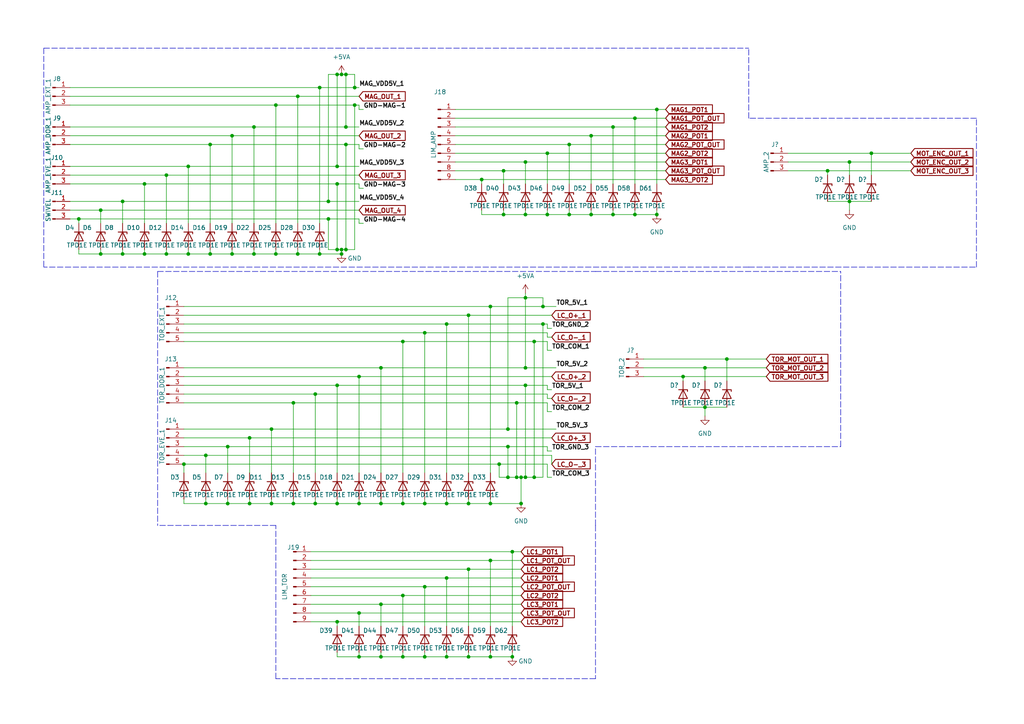
<source format=kicad_sch>
(kicad_sch (version 20211123) (generator eeschema)
  (paper "A4")
  (lib_symbols
    (symbol "Connector:Conn_01x03_Male" (pin_names (offset 1.016) hide)
      (property "Reference" "J" (at 0 5.08 0))
      (property "Value" "Conn_01x03_Male" (at 0 -5.08 0))
      (symbol "Conn_01x03_Male_1_1"
        (polyline (pts (xy 1.27 -2.54) (xy 0.8636 -2.54)) (stroke (width 0.1524)))
        (polyline (pts (xy 1.27 0) (xy 0.8636 0)) (stroke (width 0.1524)))
        (polyline (pts (xy 1.27 2.54) (xy 0.8636 2.54)) (stroke (width 0.1524)))
        (rectangle (start 0.8636 -2.413) (end 0 -2.667) (stroke (width 0.1524)) (fill (type outline)))
        (rectangle (start 0.8636 0.127) (end 0 -0.127) (stroke (width 0.1524)) (fill (type outline)))
        (rectangle (start 0.8636 2.667) (end 0 2.413) (stroke (width 0.1524)) (fill (type outline)))
        (pin passive line (at 5.08 2.54 180) (length 3.81) (name "Pin_1") (number "1"))
        (pin passive line (at 5.08 0 180) (length 3.81) (name "Pin_2") (number "2"))
        (pin passive line (at 5.08 -2.54 180) (length 3.81) (name "Pin_3") (number "3"))
      )
    )
    (symbol "Connector:Conn_01x05_Male" (pin_names (offset 1.016) hide)
      (property "Reference" "J" (at 0 7.62 0))
      (property "Value" "Conn_01x05_Male" (at 0 -7.62 0))
      (symbol "Conn_01x05_Male_1_1"
        (polyline (pts (xy 1.27 -5.08) (xy 0.8636 -5.08)) (stroke (width 0.1524)))
        (polyline (pts (xy 1.27 -2.54) (xy 0.8636 -2.54)) (stroke (width 0.1524)))
        (polyline (pts (xy 1.27 0) (xy 0.8636 0)) (stroke (width 0.1524)))
        (polyline (pts (xy 1.27 2.54) (xy 0.8636 2.54)) (stroke (width 0.1524)))
        (polyline (pts (xy 1.27 5.08) (xy 0.8636 5.08)) (stroke (width 0.1524)))
        (rectangle (start 0.8636 -4.953) (end 0 -5.207) (stroke (width 0.1524)) (fill (type outline)))
        (rectangle (start 0.8636 -2.413) (end 0 -2.667) (stroke (width 0.1524)) (fill (type outline)))
        (rectangle (start 0.8636 0.127) (end 0 -0.127) (stroke (width 0.1524)) (fill (type outline)))
        (rectangle (start 0.8636 2.667) (end 0 2.413) (stroke (width 0.1524)) (fill (type outline)))
        (rectangle (start 0.8636 5.207) (end 0 4.953) (stroke (width 0.1524)) (fill (type outline)))
        (pin passive line (at 5.08 5.08 180) (length 3.81) (name "Pin_1") (number "1"))
        (pin passive line (at 5.08 2.54 180) (length 3.81) (name "Pin_2") (number "2"))
        (pin passive line (at 5.08 0 180) (length 3.81) (name "Pin_3") (number "3"))
        (pin passive line (at 5.08 -2.54 180) (length 3.81) (name "Pin_4") (number "4"))
        (pin passive line (at 5.08 -5.08 180) (length 3.81) (name "Pin_5") (number "5"))
      )
    )
    (symbol "Connector:Conn_01x09_Male" (pin_names (offset 1.016) hide)
      (property "Reference" "J" (at 0 12.7 0))
      (property "Value" "Conn_01x09_Male" (at 0 -12.7 0))
      (symbol "Conn_01x09_Male_1_1"
        (polyline (pts (xy 1.27 -10.16) (xy 0.8636 -10.16)) (stroke (width 0.1524)))
        (polyline (pts (xy 1.27 -7.62) (xy 0.8636 -7.62)) (stroke (width 0.1524)))
        (polyline (pts (xy 1.27 -5.08) (xy 0.8636 -5.08)) (stroke (width 0.1524)))
        (polyline (pts (xy 1.27 -2.54) (xy 0.8636 -2.54)) (stroke (width 0.1524)))
        (polyline (pts (xy 1.27 0) (xy 0.8636 0)) (stroke (width 0.1524)))
        (polyline (pts (xy 1.27 2.54) (xy 0.8636 2.54)) (stroke (width 0.1524)))
        (polyline (pts (xy 1.27 5.08) (xy 0.8636 5.08)) (stroke (width 0.1524)))
        (polyline (pts (xy 1.27 7.62) (xy 0.8636 7.62)) (stroke (width 0.1524)))
        (polyline (pts (xy 1.27 10.16) (xy 0.8636 10.16)) (stroke (width 0.1524)))
        (rectangle (start 0.8636 -10.033) (end 0 -10.287) (stroke (width 0.1524)) (fill (type outline)))
        (rectangle (start 0.8636 -7.493) (end 0 -7.747) (stroke (width 0.1524)) (fill (type outline)))
        (rectangle (start 0.8636 -4.953) (end 0 -5.207) (stroke (width 0.1524)) (fill (type outline)))
        (rectangle (start 0.8636 -2.413) (end 0 -2.667) (stroke (width 0.1524)) (fill (type outline)))
        (rectangle (start 0.8636 0.127) (end 0 -0.127) (stroke (width 0.1524)) (fill (type outline)))
        (rectangle (start 0.8636 2.667) (end 0 2.413) (stroke (width 0.1524)) (fill (type outline)))
        (rectangle (start 0.8636 5.207) (end 0 4.953) (stroke (width 0.1524)) (fill (type outline)))
        (rectangle (start 0.8636 7.747) (end 0 7.493) (stroke (width 0.1524)) (fill (type outline)))
        (rectangle (start 0.8636 10.287) (end 0 10.033) (stroke (width 0.1524)) (fill (type outline)))
        (pin passive line (at 5.08 10.16 180) (length 3.81) (name "Pin_1") (number "1"))
        (pin passive line (at 5.08 7.62 180) (length 3.81) (name "Pin_2") (number "2"))
        (pin passive line (at 5.08 5.08 180) (length 3.81) (name "Pin_3") (number "3"))
        (pin passive line (at 5.08 2.54 180) (length 3.81) (name "Pin_4") (number "4"))
        (pin passive line (at 5.08 0 180) (length 3.81) (name "Pin_5") (number "5"))
        (pin passive line (at 5.08 -2.54 180) (length 3.81) (name "Pin_6") (number "6"))
        (pin passive line (at 5.08 -5.08 180) (length 3.81) (name "Pin_7") (number "7"))
        (pin passive line (at 5.08 -7.62 180) (length 3.81) (name "Pin_8") (number "8"))
        (pin passive line (at 5.08 -10.16 180) (length 3.81) (name "Pin_9") (number "9"))
      )
    )
    (symbol "Device:D_Zener" (pin_numbers hide) (pin_names (offset 1.016) hide)
      (property "Reference" "D" (at 0 2.54 0))
      (property "Value" "D_Zener" (at 0 -2.54 0))
      (symbol "D_Zener_0_1"
        (polyline (pts (xy 1.27 0) (xy -1.27 0)))
        (polyline (pts (xy -1.27 -1.27) (xy -1.27 1.27) (xy -0.762 1.27)) (stroke (width 0.254)))
        (polyline (pts (xy 1.27 -1.27) (xy 1.27 1.27) (xy -1.27 0) (xy 1.27 -1.27)) (stroke (width 0.254)))
      )
      (symbol "D_Zener_1_1"
        (pin passive line (at -3.81 0 0) (length 2.54) (name "K") (number "1"))
        (pin passive line (at 3.81 0 180) (length 2.54) (name "A") (number "2"))
      )
    )
    (symbol "power:+5VA" (power) (pin_names (offset 0))
      (property "Value" "+5VA" (at 0 3.556 0))
      (symbol "+5VA_0_1"
        (polyline (pts (xy -0.762 1.27) (xy 0 2.54)))
        (polyline (pts (xy 0 0) (xy 0 2.54)))
        (polyline (pts (xy 0 2.54) (xy 0.762 1.27)))
      )
      (symbol "+5VA_1_1"
        (pin power_in line (at 0 0 90) (length 0) hide (name "+5VA") (number "1"))
      )
    )
    (symbol "power:GND" (power) (pin_names (offset 0))
      (property "Value" "GND" (at 0 -3.81 0))
      (symbol "GND_0_1"
        (polyline (pts (xy 0 0) (xy 0 -1.27) (xy 1.27 -1.27) (xy 0 -2.54) (xy -1.27 -1.27) (xy 0 -1.27)))
      )
      (symbol "GND_1_1"
        (pin power_in line (at 0 0 270) (length 0) hide (name "GND") (number "1"))
      )
    )
  )
  (junction (at 246.38 46.99))
  (junction (at 152.4 106.68))
  (junction (at 158.75 62.23))
  (junction (at 72.39 127))
  (junction (at 97.79 21.59))
  (junction (at 73.66 73.66))
  (junction (at 100.33 21.59))
  (junction (at 85.09 116.84))
  (junction (at 99.06 72.39))
  (junction (at 92.71 73.66))
  (junction (at 54.61 73.66))
  (junction (at 80.01 73.66))
  (junction (at 148.59 190.5))
  (junction (at 142.24 146.05))
  (junction (at 66.04 129.54))
  (junction (at 80.01 30.48))
  (junction (at 104.14 109.22))
  (junction (at 67.31 39.37))
  (junction (at 78.74 146.05))
  (junction (at 91.44 146.05))
  (junction (at 91.44 114.3))
  (junction (at 190.5 62.23))
  (junction (at 151.13 146.05))
  (junction (at 53.34 134.62))
  (junction (at 129.54 93.98))
  (junction (at 97.79 53.34))
  (junction (at 146.05 62.23))
  (junction (at 73.66 36.83))
  (junction (at 139.7 52.07))
  (junction (at 147.32 129.54))
  (junction (at 157.48 88.9))
  (junction (at 152.4 46.99))
  (junction (at 157.48 93.98))
  (junction (at 48.26 73.66))
  (junction (at 146.05 49.53))
  (junction (at 67.31 73.66))
  (junction (at 149.86 138.43))
  (junction (at 54.61 48.26))
  (junction (at 198.12 109.22))
  (junction (at 110.49 146.05))
  (junction (at 152.4 62.23))
  (junction (at 184.15 34.29))
  (junction (at 48.26 50.8))
  (junction (at 152.4 86.36))
  (junction (at 97.79 180.34))
  (junction (at 110.49 175.26))
  (junction (at 190.5 31.75))
  (junction (at 177.8 36.83))
  (junction (at 110.49 190.5))
  (junction (at 104.14 190.5))
  (junction (at 165.1 62.23))
  (junction (at 123.19 190.5))
  (junction (at 152.4 111.76))
  (junction (at 66.04 146.05))
  (junction (at 240.03 49.53))
  (junction (at 116.84 190.5))
  (junction (at 148.59 160.02))
  (junction (at 72.39 146.05))
  (junction (at 204.47 118.11))
  (junction (at 142.24 88.9))
  (junction (at 158.75 44.45))
  (junction (at 86.36 27.94))
  (junction (at 104.14 177.8))
  (junction (at 152.4 138.43))
  (junction (at 35.56 73.66))
  (junction (at 184.15 62.23))
  (junction (at 151.13 138.43))
  (junction (at 135.89 146.05))
  (junction (at 171.45 39.37))
  (junction (at 129.54 167.64))
  (junction (at 135.89 91.44))
  (junction (at 85.09 146.05))
  (junction (at 123.19 170.18))
  (junction (at 177.8 62.23))
  (junction (at 35.56 58.42))
  (junction (at 59.69 132.08))
  (junction (at 86.36 73.66))
  (junction (at 171.45 62.23))
  (junction (at 142.24 190.5))
  (junction (at 99.06 73.66))
  (junction (at 154.94 138.43))
  (junction (at 59.69 146.05))
  (junction (at 97.79 111.76))
  (junction (at 41.91 73.66))
  (junction (at 135.89 165.1))
  (junction (at 104.14 146.05))
  (junction (at 149.86 116.84))
  (junction (at 29.21 60.96))
  (junction (at 116.84 99.06))
  (junction (at 144.78 134.62))
  (junction (at 116.84 172.72))
  (junction (at 129.54 146.05))
  (junction (at 97.79 146.05))
  (junction (at 165.1 41.91))
  (junction (at 102.87 30.48))
  (junction (at 100.33 72.39))
  (junction (at 95.25 63.5))
  (junction (at 78.74 124.46))
  (junction (at 100.33 41.91))
  (junction (at 60.96 73.66))
  (junction (at 60.96 41.91))
  (junction (at 116.84 146.05))
  (junction (at 123.19 146.05))
  (junction (at 97.79 48.26))
  (junction (at 95.25 58.42))
  (junction (at 246.38 58.42))
  (junction (at 110.49 106.68))
  (junction (at 142.24 162.56))
  (junction (at 147.32 124.46))
  (junction (at 102.87 25.4))
  (junction (at 97.79 72.39))
  (junction (at 100.33 36.83))
  (junction (at 41.91 53.34))
  (junction (at 92.71 25.4))
  (junction (at 135.89 190.5))
  (junction (at 204.47 106.68))
  (junction (at 147.32 138.43))
  (junction (at 252.73 44.45))
  (junction (at 154.94 99.06))
  (junction (at 22.86 63.5))
  (junction (at 99.06 21.59))
  (junction (at 129.54 190.5))
  (junction (at 123.19 96.52))
  (junction (at 210.82 104.14))
  (junction (at 29.21 73.66))
  (wire (pts (xy 97.79 111.76) (xy 97.79 137.16)))
  (polyline (pts (xy 12.7 13.97) (xy 217.17 13.97)))
  (wire (pts (xy 104.14 41.91) (xy 104.14 43.18)))
  (wire (pts (xy 95.25 72.39) (xy 97.79 72.39)))
  (wire (pts (xy 116.84 172.72) (xy 116.84 181.61)))
  (wire (pts (xy 154.94 138.43) (xy 157.48 138.43)))
  (wire (pts (xy 157.48 93.98) (xy 158.75 93.98)))
  (wire (pts (xy 147.32 138.43) (xy 147.32 129.54)))
  (polyline (pts (xy 172.72 152.4) (xy 172.72 129.54)))
  (wire (pts (xy 104.14 50.8) (xy 48.26 50.8)))
  (wire (pts (xy 86.36 27.94) (xy 86.36 64.77)))
  (wire (pts (xy 48.26 50.8) (xy 48.26 64.77)))
  (wire (pts (xy 80.01 30.48) (xy 102.87 30.48)))
  (wire (pts (xy 29.21 72.39) (xy 29.21 73.66)))
  (wire (pts (xy 100.33 21.59) (xy 102.87 21.59)))
  (wire (pts (xy 151.13 138.43) (xy 149.86 138.43)))
  (wire (pts (xy 149.86 138.43) (xy 149.86 116.84)))
  (wire (pts (xy 193.04 36.83) (xy 177.8 36.83)))
  (wire (pts (xy 53.34 99.06) (xy 116.84 99.06)))
  (wire (pts (xy 110.49 106.68) (xy 110.49 137.16)))
  (wire (pts (xy 78.74 124.46) (xy 147.32 124.46)))
  (wire (pts (xy 72.39 146.05) (xy 78.74 146.05)))
  (wire (pts (xy 60.96 72.39) (xy 60.96 73.66)))
  (wire (pts (xy 149.86 116.84) (xy 158.75 116.84)))
  (wire (pts (xy 240.03 49.53) (xy 264.16 49.53)))
  (wire (pts (xy 177.8 36.83) (xy 132.08 36.83)))
  (wire (pts (xy 66.04 129.54) (xy 147.32 129.54)))
  (wire (pts (xy 48.26 73.66) (xy 54.61 73.66)))
  (wire (pts (xy 186.69 109.22) (xy 198.12 109.22)))
  (wire (pts (xy 171.45 62.23) (xy 177.8 62.23)))
  (wire (pts (xy 22.86 63.5) (xy 22.86 64.77)))
  (wire (pts (xy 97.79 48.26) (xy 54.61 48.26)))
  (polyline (pts (xy 80.01 152.4) (xy 45.72 152.4)))
  (wire (pts (xy 22.86 72.39) (xy 22.86 73.66)))
  (wire (pts (xy 59.69 144.78) (xy 59.69 146.05)))
  (wire (pts (xy 123.19 96.52) (xy 158.75 96.52)))
  (wire (pts (xy 152.4 86.36) (xy 157.48 86.36)))
  (wire (pts (xy 97.79 53.34) (xy 104.14 53.34)))
  (wire (pts (xy 104.14 146.05) (xy 110.49 146.05)))
  (wire (pts (xy 78.74 144.78) (xy 78.74 146.05)))
  (wire (pts (xy 73.66 36.83) (xy 20.32 36.83)))
  (wire (pts (xy 80.01 30.48) (xy 80.01 64.77)))
  (wire (pts (xy 158.75 115.57) (xy 160.02 115.57)))
  (wire (pts (xy 123.19 146.05) (xy 129.54 146.05)))
  (wire (pts (xy 158.75 134.62) (xy 158.75 138.43)))
  (wire (pts (xy 53.34 132.08) (xy 59.69 132.08)))
  (wire (pts (xy 165.1 60.96) (xy 165.1 62.23)))
  (wire (pts (xy 53.34 111.76) (xy 97.79 111.76)))
  (wire (pts (xy 129.54 146.05) (xy 135.89 146.05)))
  (wire (pts (xy 104.14 48.26) (xy 97.79 48.26)))
  (wire (pts (xy 135.89 144.78) (xy 135.89 146.05)))
  (wire (pts (xy 240.03 49.53) (xy 240.03 50.8)))
  (wire (pts (xy 29.21 60.96) (xy 20.32 60.96)))
  (wire (pts (xy 20.32 25.4) (xy 92.71 25.4)))
  (wire (pts (xy 29.21 73.66) (xy 35.56 73.66)))
  (wire (pts (xy 158.75 129.54) (xy 158.75 130.81)))
  (wire (pts (xy 135.89 146.05) (xy 142.24 146.05)))
  (wire (pts (xy 104.14 30.48) (xy 104.14 31.75)))
  (wire (pts (xy 135.89 189.23) (xy 135.89 190.5)))
  (wire (pts (xy 158.75 99.06) (xy 158.75 101.6)))
  (wire (pts (xy 158.75 119.38) (xy 160.02 119.38)))
  (wire (pts (xy 158.75 101.6) (xy 160.02 101.6)))
  (wire (pts (xy 184.15 62.23) (xy 190.5 62.23)))
  (wire (pts (xy 97.79 190.5) (xy 104.14 190.5)))
  (wire (pts (xy 160.02 91.44) (xy 135.89 91.44)))
  (wire (pts (xy 158.75 114.3) (xy 158.75 115.57)))
  (wire (pts (xy 158.75 60.96) (xy 158.75 62.23)))
  (wire (pts (xy 154.94 138.43) (xy 152.4 138.43)))
  (wire (pts (xy 157.48 86.36) (xy 157.48 88.9)))
  (wire (pts (xy 193.04 52.07) (xy 139.7 52.07)))
  (wire (pts (xy 110.49 189.23) (xy 110.49 190.5)))
  (wire (pts (xy 60.96 41.91) (xy 60.96 64.77)))
  (wire (pts (xy 210.82 104.14) (xy 222.25 104.14)))
  (wire (pts (xy 151.13 138.43) (xy 152.4 138.43)))
  (wire (pts (xy 151.13 167.64) (xy 129.54 167.64)))
  (wire (pts (xy 100.33 41.91) (xy 100.33 72.39)))
  (wire (pts (xy 35.56 72.39) (xy 35.56 73.66)))
  (wire (pts (xy 152.4 62.23) (xy 158.75 62.23)))
  (wire (pts (xy 193.04 41.91) (xy 165.1 41.91)))
  (wire (pts (xy 158.75 93.98) (xy 158.75 95.25)))
  (wire (pts (xy 142.24 190.5) (xy 148.59 190.5)))
  (wire (pts (xy 142.24 88.9) (xy 142.24 137.16)))
  (wire (pts (xy 152.4 106.68) (xy 161.29 106.68)))
  (wire (pts (xy 54.61 48.26) (xy 20.32 48.26)))
  (wire (pts (xy 147.32 129.54) (xy 158.75 129.54)))
  (wire (pts (xy 135.89 190.5) (xy 142.24 190.5)))
  (wire (pts (xy 116.84 146.05) (xy 123.19 146.05)))
  (wire (pts (xy 73.66 73.66) (xy 80.01 73.66)))
  (wire (pts (xy 85.09 146.05) (xy 91.44 146.05)))
  (polyline (pts (xy 217.17 77.47) (xy 12.7 77.47)))
  (wire (pts (xy 246.38 58.42) (xy 246.38 60.96)))
  (wire (pts (xy 151.13 170.18) (xy 123.19 170.18)))
  (wire (pts (xy 142.24 88.9) (xy 157.48 88.9)))
  (wire (pts (xy 20.32 53.34) (xy 41.91 53.34)))
  (wire (pts (xy 193.04 34.29) (xy 184.15 34.29)))
  (polyline (pts (xy 172.72 129.54) (xy 243.84 129.54)))
  (wire (pts (xy 86.36 73.66) (xy 92.71 73.66)))
  (wire (pts (xy 29.21 60.96) (xy 29.21 64.77)))
  (wire (pts (xy 158.75 113.03) (xy 160.02 113.03)))
  (wire (pts (xy 104.14 53.34) (xy 104.14 54.61)))
  (wire (pts (xy 184.15 34.29) (xy 184.15 53.34)))
  (wire (pts (xy 53.34 114.3) (xy 91.44 114.3)))
  (wire (pts (xy 99.06 73.66) (xy 99.06 72.39)))
  (wire (pts (xy 110.49 175.26) (xy 90.17 175.26)))
  (wire (pts (xy 110.49 106.68) (xy 152.4 106.68)))
  (wire (pts (xy 158.75 111.76) (xy 158.75 113.03)))
  (wire (pts (xy 20.32 41.91) (xy 60.96 41.91)))
  (wire (pts (xy 171.45 60.96) (xy 171.45 62.23)))
  (wire (pts (xy 123.19 170.18) (xy 90.17 170.18)))
  (wire (pts (xy 100.33 21.59) (xy 99.06 21.59)))
  (wire (pts (xy 142.24 144.78) (xy 142.24 146.05)))
  (wire (pts (xy 198.12 118.11) (xy 204.47 118.11)))
  (polyline (pts (xy 45.72 78.74) (xy 172.72 78.74)))
  (wire (pts (xy 158.75 97.79) (xy 160.02 97.79)))
  (wire (pts (xy 67.31 73.66) (xy 73.66 73.66)))
  (wire (pts (xy 151.13 172.72) (xy 116.84 172.72)))
  (wire (pts (xy 104.14 109.22) (xy 104.14 137.16)))
  (wire (pts (xy 146.05 49.53) (xy 146.05 53.34)))
  (wire (pts (xy 104.14 43.18) (xy 105.41 43.18)))
  (wire (pts (xy 151.13 165.1) (xy 135.89 165.1)))
  (wire (pts (xy 129.54 93.98) (xy 129.54 137.16)))
  (wire (pts (xy 158.75 138.43) (xy 160.02 138.43)))
  (wire (pts (xy 160.02 127) (xy 72.39 127)))
  (wire (pts (xy 252.73 44.45) (xy 264.16 44.45)))
  (wire (pts (xy 100.33 41.91) (xy 104.14 41.91)))
  (wire (pts (xy 152.4 111.76) (xy 158.75 111.76)))
  (wire (pts (xy 91.44 146.05) (xy 97.79 146.05)))
  (wire (pts (xy 104.14 109.22) (xy 53.34 109.22)))
  (wire (pts (xy 53.34 93.98) (xy 129.54 93.98)))
  (wire (pts (xy 116.84 144.78) (xy 116.84 146.05)))
  (wire (pts (xy 139.7 62.23) (xy 146.05 62.23)))
  (wire (pts (xy 95.25 58.42) (xy 35.56 58.42)))
  (polyline (pts (xy 80.01 196.85) (xy 80.01 152.4)))
  (wire (pts (xy 149.86 138.43) (xy 147.32 138.43)))
  (wire (pts (xy 54.61 48.26) (xy 54.61 64.77)))
  (wire (pts (xy 95.25 21.59) (xy 95.25 58.42)))
  (wire (pts (xy 152.4 86.36) (xy 152.4 106.68)))
  (wire (pts (xy 154.94 99.06) (xy 158.75 99.06)))
  (wire (pts (xy 97.79 146.05) (xy 104.14 146.05)))
  (wire (pts (xy 92.71 72.39) (xy 92.71 73.66)))
  (wire (pts (xy 41.91 53.34) (xy 41.91 64.77)))
  (wire (pts (xy 104.14 189.23) (xy 104.14 190.5)))
  (wire (pts (xy 102.87 25.4) (xy 104.14 25.4)))
  (wire (pts (xy 41.91 53.34) (xy 97.79 53.34)))
  (wire (pts (xy 210.82 104.14) (xy 210.82 110.49)))
  (wire (pts (xy 53.34 144.78) (xy 53.34 146.05)))
  (wire (pts (xy 53.34 134.62) (xy 53.34 137.16)))
  (wire (pts (xy 67.31 72.39) (xy 67.31 73.66)))
  (wire (pts (xy 152.4 86.36) (xy 147.32 86.36)))
  (wire (pts (xy 102.87 30.48) (xy 102.87 72.39)))
  (wire (pts (xy 92.71 25.4) (xy 102.87 25.4)))
  (polyline (pts (xy 12.7 13.97) (xy 12.7 77.47)))
  (wire (pts (xy 104.14 63.5) (xy 104.14 64.77)))
  (polyline (pts (xy 45.72 78.74) (xy 45.72 152.4)))
  (wire (pts (xy 53.34 96.52) (xy 123.19 96.52)))
  (wire (pts (xy 53.34 146.05) (xy 59.69 146.05)))
  (wire (pts (xy 135.89 91.44) (xy 135.89 137.16)))
  (wire (pts (xy 123.19 170.18) (xy 123.19 181.61)))
  (polyline (pts (xy 172.72 196.85) (xy 80.01 196.85)))
  (wire (pts (xy 78.74 146.05) (xy 85.09 146.05)))
  (wire (pts (xy 48.26 50.8) (xy 20.32 50.8)))
  (wire (pts (xy 146.05 49.53) (xy 132.08 49.53)))
  (wire (pts (xy 193.04 31.75) (xy 190.5 31.75)))
  (wire (pts (xy 123.19 144.78) (xy 123.19 146.05)))
  (wire (pts (xy 35.56 58.42) (xy 20.32 58.42)))
  (wire (pts (xy 91.44 144.78) (xy 91.44 146.05)))
  (wire (pts (xy 158.75 130.81) (xy 160.02 130.81)))
  (wire (pts (xy 116.84 189.23) (xy 116.84 190.5)))
  (wire (pts (xy 152.4 60.96) (xy 152.4 62.23)))
  (wire (pts (xy 102.87 30.48) (xy 104.14 30.48)))
  (wire (pts (xy 246.38 58.42) (xy 252.73 58.42)))
  (wire (pts (xy 104.14 64.77) (xy 105.41 64.77)))
  (wire (pts (xy 148.59 160.02) (xy 90.17 160.02)))
  (polyline (pts (xy 217.17 77.47) (xy 283.21 77.47)))
  (wire (pts (xy 147.32 86.36) (xy 147.32 124.46)))
  (wire (pts (xy 53.34 116.84) (xy 85.09 116.84)))
  (polyline (pts (xy 172.72 78.74) (xy 243.84 78.74)))
  (wire (pts (xy 59.69 132.08) (xy 59.69 137.16)))
  (wire (pts (xy 116.84 190.5) (xy 123.19 190.5)))
  (wire (pts (xy 54.61 73.66) (xy 60.96 73.66)))
  (wire (pts (xy 97.79 72.39) (xy 99.06 72.39)))
  (wire (pts (xy 97.79 53.34) (xy 97.79 72.39)))
  (wire (pts (xy 193.04 46.99) (xy 152.4 46.99)))
  (wire (pts (xy 177.8 60.96) (xy 177.8 62.23)))
  (wire (pts (xy 152.4 138.43) (xy 152.4 111.76)))
  (wire (pts (xy 97.79 189.23) (xy 97.79 190.5)))
  (wire (pts (xy 135.89 165.1) (xy 90.17 165.1)))
  (wire (pts (xy 158.75 116.84) (xy 158.75 119.38)))
  (wire (pts (xy 228.6 46.99) (xy 246.38 46.99)))
  (wire (pts (xy 100.33 72.39) (xy 99.06 72.39)))
  (wire (pts (xy 146.05 62.23) (xy 152.4 62.23)))
  (wire (pts (xy 110.49 146.05) (xy 116.84 146.05)))
  (wire (pts (xy 135.89 91.44) (xy 53.34 91.44)))
  (wire (pts (xy 86.36 27.94) (xy 20.32 27.94)))
  (wire (pts (xy 54.61 72.39) (xy 54.61 73.66)))
  (polyline (pts (xy 217.17 34.29) (xy 217.17 13.97)))
  (wire (pts (xy 139.7 60.96) (xy 139.7 62.23)))
  (wire (pts (xy 204.47 106.68) (xy 204.47 110.49)))
  (wire (pts (xy 246.38 46.99) (xy 246.38 50.8)))
  (wire (pts (xy 100.33 21.59) (xy 100.33 36.83)))
  (wire (pts (xy 152.4 46.99) (xy 132.08 46.99)))
  (wire (pts (xy 157.48 93.98) (xy 157.48 138.43)))
  (wire (pts (xy 95.25 63.5) (xy 95.25 72.39)))
  (wire (pts (xy 100.33 36.83) (xy 73.66 36.83)))
  (wire (pts (xy 53.34 88.9) (xy 142.24 88.9)))
  (wire (pts (xy 53.34 106.68) (xy 110.49 106.68)))
  (wire (pts (xy 110.49 190.5) (xy 116.84 190.5)))
  (wire (pts (xy 73.66 72.39) (xy 73.66 73.66)))
  (wire (pts (xy 228.6 44.45) (xy 252.73 44.45)))
  (wire (pts (xy 160.02 109.22) (xy 104.14 109.22)))
  (wire (pts (xy 142.24 162.56) (xy 90.17 162.56)))
  (wire (pts (xy 190.5 31.75) (xy 132.08 31.75)))
  (wire (pts (xy 80.01 72.39) (xy 80.01 73.66)))
  (wire (pts (xy 78.74 124.46) (xy 78.74 137.16)))
  (wire (pts (xy 91.44 114.3) (xy 158.75 114.3)))
  (wire (pts (xy 116.84 99.06) (xy 154.94 99.06)))
  (wire (pts (xy 154.94 99.06) (xy 154.94 138.43)))
  (wire (pts (xy 158.75 62.23) (xy 165.1 62.23)))
  (wire (pts (xy 190.5 31.75) (xy 190.5 53.34)))
  (wire (pts (xy 158.75 44.45) (xy 132.08 44.45)))
  (wire (pts (xy 165.1 41.91) (xy 132.08 41.91)))
  (wire (pts (xy 151.13 138.43) (xy 151.13 146.05)))
  (wire (pts (xy 165.1 41.91) (xy 165.1 53.34)))
  (wire (pts (xy 104.14 60.96) (xy 29.21 60.96)))
  (wire (pts (xy 91.44 114.3) (xy 91.44 137.16)))
  (wire (pts (xy 97.79 111.76) (xy 152.4 111.76)))
  (wire (pts (xy 104.14 177.8) (xy 90.17 177.8)))
  (wire (pts (xy 67.31 39.37) (xy 20.32 39.37)))
  (wire (pts (xy 104.14 177.8) (xy 104.14 181.61)))
  (wire (pts (xy 177.8 36.83) (xy 177.8 53.34)))
  (wire (pts (xy 110.49 175.26) (xy 110.49 181.61)))
  (wire (pts (xy 204.47 118.11) (xy 210.82 118.11)))
  (wire (pts (xy 22.86 63.5) (xy 95.25 63.5)))
  (wire (pts (xy 35.56 73.66) (xy 41.91 73.66)))
  (wire (pts (xy 104.14 58.42) (xy 95.25 58.42)))
  (wire (pts (xy 85.09 116.84) (xy 85.09 137.16)))
  (wire (pts (xy 158.75 96.52) (xy 158.75 97.79)))
  (wire (pts (xy 193.04 39.37) (xy 171.45 39.37)))
  (wire (pts (xy 177.8 62.23) (xy 184.15 62.23)))
  (wire (pts (xy 152.4 46.99) (xy 152.4 53.34)))
  (wire (pts (xy 129.54 189.23) (xy 129.54 190.5)))
  (wire (pts (xy 152.4 85.09) (xy 152.4 86.36)))
  (wire (pts (xy 198.12 109.22) (xy 222.25 109.22)))
  (wire (pts (xy 147.32 124.46) (xy 161.29 124.46)))
  (wire (pts (xy 204.47 106.68) (xy 222.25 106.68)))
  (wire (pts (xy 59.69 146.05) (xy 66.04 146.05)))
  (wire (pts (xy 60.96 73.66) (xy 67.31 73.66)))
  (wire (pts (xy 97.79 180.34) (xy 97.79 181.61)))
  (wire (pts (xy 158.75 44.45) (xy 158.75 53.34)))
  (wire (pts (xy 198.12 109.22) (xy 198.12 110.49)))
  (wire (pts (xy 148.59 160.02) (xy 148.59 181.61)))
  (wire (pts (xy 135.89 165.1) (xy 135.89 181.61)))
  (wire (pts (xy 80.01 30.48) (xy 20.32 30.48)))
  (wire (pts (xy 148.59 189.23) (xy 148.59 190.5)))
  (wire (pts (xy 190.5 60.96) (xy 190.5 62.23)))
  (wire (pts (xy 97.79 21.59) (xy 97.79 48.26)))
  (wire (pts (xy 72.39 144.78) (xy 72.39 146.05)))
  (polyline (pts (xy 243.84 129.54) (xy 243.84 78.74)))
  (wire (pts (xy 80.01 73.66) (xy 86.36 73.66)))
  (wire (pts (xy 157.48 88.9) (xy 161.29 88.9)))
  (wire (pts (xy 72.39 127) (xy 53.34 127)))
  (wire (pts (xy 60.96 41.91) (xy 100.33 41.91)))
  (wire (pts (xy 102.87 21.59) (xy 102.87 25.4)))
  (wire (pts (xy 186.69 106.68) (xy 204.47 106.68)))
  (wire (pts (xy 123.19 189.23) (xy 123.19 190.5)))
  (wire (pts (xy 85.09 116.84) (xy 149.86 116.84)))
  (wire (pts (xy 165.1 62.23) (xy 171.45 62.23)))
  (wire (pts (xy 104.14 39.37) (xy 67.31 39.37)))
  (wire (pts (xy 147.32 138.43) (xy 144.78 138.43)))
  (wire (pts (xy 144.78 138.43) (xy 144.78 134.62)))
  (wire (pts (xy 139.7 52.07) (xy 139.7 53.34)))
  (wire (pts (xy 158.75 95.25) (xy 160.02 95.25)))
  (wire (pts (xy 151.13 175.26) (xy 110.49 175.26)))
  (wire (pts (xy 104.14 54.61) (xy 105.41 54.61)))
  (wire (pts (xy 129.54 144.78) (xy 129.54 146.05)))
  (wire (pts (xy 116.84 172.72) (xy 90.17 172.72)))
  (wire (pts (xy 129.54 167.64) (xy 129.54 181.61)))
  (polyline (pts (xy 283.21 77.47) (xy 283.21 34.29)))
  (wire (pts (xy 72.39 127) (xy 72.39 137.16)))
  (wire (pts (xy 228.6 49.53) (xy 240.03 49.53)))
  (wire (pts (xy 92.71 25.4) (xy 92.71 64.77)))
  (wire (pts (xy 66.04 146.05) (xy 72.39 146.05)))
  (wire (pts (xy 144.78 134.62) (xy 158.75 134.62)))
  (wire (pts (xy 85.09 144.78) (xy 85.09 146.05)))
  (wire (pts (xy 90.17 180.34) (xy 97.79 180.34)))
  (wire (pts (xy 193.04 49.53) (xy 146.05 49.53)))
  (wire (pts (xy 41.91 72.39) (xy 41.91 73.66)))
  (wire (pts (xy 53.34 134.62) (xy 144.78 134.62)))
  (wire (pts (xy 146.05 60.96) (xy 146.05 62.23)))
  (wire (pts (xy 129.54 190.5) (xy 135.89 190.5)))
  (wire (pts (xy 48.26 72.39) (xy 48.26 73.66)))
  (wire (pts (xy 53.34 124.46) (xy 78.74 124.46)))
  (polyline (pts (xy 172.72 152.4) (xy 172.72 196.85)))
  (wire (pts (xy 22.86 63.5) (xy 20.32 63.5)))
  (wire (pts (xy 104.14 144.78) (xy 104.14 146.05)))
  (wire (pts (xy 104.14 36.83) (xy 100.33 36.83)))
  (wire (pts (xy 139.7 52.07) (xy 132.08 52.07)))
  (wire (pts (xy 66.04 144.78) (xy 66.04 146.05)))
  (wire (pts (xy 35.56 58.42) (xy 35.56 64.77)))
  (wire (pts (xy 184.15 34.29) (xy 132.08 34.29)))
  (wire (pts (xy 22.86 73.66) (xy 29.21 73.66)))
  (wire (pts (xy 129.54 167.64) (xy 90.17 167.64)))
  (wire (pts (xy 204.47 118.11) (xy 204.47 120.65)))
  (wire (pts (xy 142.24 162.56) (xy 142.24 181.61)))
  (wire (pts (xy 59.69 132.08) (xy 160.02 132.08)))
  (wire (pts (xy 53.34 129.54) (xy 66.04 129.54)))
  (wire (pts (xy 104.14 190.5) (xy 110.49 190.5)))
  (wire (pts (xy 97.79 180.34) (xy 151.13 180.34)))
  (wire (pts (xy 171.45 39.37) (xy 132.08 39.37)))
  (wire (pts (xy 151.13 162.56) (xy 142.24 162.56)))
  (wire (pts (xy 92.71 73.66) (xy 99.06 73.66)))
  (wire (pts (xy 240.03 58.42) (xy 246.38 58.42)))
  (wire (pts (xy 104.14 27.94) (xy 86.36 27.94)))
  (wire (pts (xy 193.04 44.45) (xy 158.75 44.45)))
  (wire (pts (xy 41.91 73.66) (xy 48.26 73.66)))
  (wire (pts (xy 142.24 189.23) (xy 142.24 190.5)))
  (wire (pts (xy 104.14 31.75) (xy 105.41 31.75)))
  (wire (pts (xy 160.02 132.08) (xy 160.02 134.62)))
  (wire (pts (xy 110.49 144.78) (xy 110.49 146.05)))
  (wire (pts (xy 100.33 72.39) (xy 102.87 72.39)))
  (wire (pts (xy 95.25 63.5) (xy 104.14 63.5)))
  (wire (pts (xy 73.66 36.83) (xy 73.66 64.77)))
  (wire (pts (xy 171.45 39.37) (xy 171.45 53.34)))
  (wire (pts (xy 123.19 96.52) (xy 123.19 137.16)))
  (wire (pts (xy 86.36 72.39) (xy 86.36 73.66)))
  (wire (pts (xy 246.38 46.99) (xy 264.16 46.99)))
  (wire (pts (xy 129.54 93.98) (xy 157.48 93.98)))
  (wire (pts (xy 184.15 60.96) (xy 184.15 62.23)))
  (wire (pts (xy 97.79 21.59) (xy 95.25 21.59)))
  (wire (pts (xy 186.69 104.14) (xy 210.82 104.14)))
  (wire (pts (xy 67.31 39.37) (xy 67.31 64.77)))
  (polyline (pts (xy 283.21 34.29) (xy 217.17 34.29)))
  (wire (pts (xy 142.24 146.05) (xy 151.13 146.05)))
  (wire (pts (xy 123.19 190.5) (xy 129.54 190.5)))
  (wire (pts (xy 151.13 160.02) (xy 148.59 160.02)))
  (wire (pts (xy 99.06 21.59) (xy 97.79 21.59)))
  (wire (pts (xy 66.04 129.54) (xy 66.04 137.16)))
  (wire (pts (xy 252.73 44.45) (xy 252.73 50.8)))
  (wire (pts (xy 116.84 99.06) (xy 116.84 137.16)))
  (wire (pts (xy 151.13 177.8) (xy 104.14 177.8)))
  (wire (pts (xy 97.79 144.78) (xy 97.79 146.05)))
  (label "TOR_COM_1" (at 160.02 101.6 0) (effects (font bold)))
  (label "TOR_5V_2" (at 161.29 106.68 0) (effects (font (thickness 0.254) bold)))
  (label "MAG_VDD5V_2" (at 104.14 36.83 0) (effects (font bold)))
  (label "GND-MAG-3" (at 105.41 54.61 0) (effects (font bold)))
  (label "TOR_COM_2" (at 160.02 119.38 0) (effects (font bold)))
  (label "TOR_5V_3" (at 161.29 124.46 0) (effects (font (thickness 0.254) bold)))
  (label "TOR_GND_2" (at 160.02 95.25 0) (effects (font bold)))
  (label "GND-MAG-4" (at 105.41 64.77 0) (effects (font bold)))
  (label "GND-MAG-2" (at 105.41 43.18 0) (effects (font bold)))
  (label "MAG_VDD5V_1" (at 104.14 25.4 0) (effects (font bold)))
  (label "GND-MAG-1" (at 105.41 31.75 0) (effects (font bold)))
  (label "MAG_VDD5V_4" (at 104.14 58.42 0) (effects (font bold)))
  (label "MAG_VDD5V_3" (at 104.14 48.26 0) (effects (font bold)))
  (label "TOR_COM_3" (at 160.02 138.43 0) (effects (font bold)))
  (label "TOR_5V_1" (at 160.02 113.03 0) (effects (font bold)))
  (label "TOR_5V_1" (at 161.29 88.9 0) (effects (font bold)))
  (label "TOR_GND_3" (at 160.02 130.81 0) (effects (font bold)))
  (global_label "MAG3_POT_OUT" (shape input) (at 193.04 49.53 0) (effects (font (thickness 0.254) bold)) (property "Intersheet References" "${INTERSHEET_REFS}" (effects hide)))
  (global_label "MAG_OUT_2" (shape input) (at 104.14 39.37 0) (effects (font (thickness 0.254) bold)) (property "Intersheet References" "${INTERSHEET_REFS}" (effects hide)))
  (global_label "LC2_POT_OUT" (shape input) (at 151.13 170.18 0) (effects (font (thickness 0.254) bold)) (property "Intersheet References" "${INTERSHEET_REFS}" (effects hide)))
  (global_label "LC3_POT_OUT" (shape input) (at 151.13 177.8 0) (effects (font (thickness 0.254) bold)) (property "Intersheet References" "${INTERSHEET_REFS}" (effects hide)))
  (global_label "LC2_POT1" (shape input) (at 151.13 167.64 0) (effects (font (thickness 0.254) bold)) (property "Intersheet References" "${INTERSHEET_REFS}" (effects hide)))
  (global_label "MOT_ENC_OUT_3" (shape input) (at 264.16 49.53 0) (effects (font (thickness 0.254) bold)) (property "Intersheet References" "${INTERSHEET_REFS}" (effects hide)))
  (global_label "TOR_MOT_OUT_2" (shape input) (at 222.25 106.68 0) (effects (font (thickness 0.254) bold)) (property "Intersheet References" "${INTERSHEET_REFS}" (effects hide)))
  (global_label "MAG3_POT1" (shape input) (at 193.04 46.99 0) (effects (font (thickness 0.254) bold)) (property "Intersheet References" "${INTERSHEET_REFS}" (effects hide)))
  (global_label "LC_O-_2" (shape input) (at 160.02 115.57 0) (effects (font (thickness 0.254) bold)) (property "Intersheet References" "${INTERSHEET_REFS}" (effects hide)))
  (global_label "MAG2_POT1" (shape input) (at 193.04 39.37 0) (effects (font (thickness 0.254) bold)) (property "Intersheet References" "${INTERSHEET_REFS}" (effects hide)))
  (global_label "LC_O-_1" (shape input) (at 160.02 97.79 0) (effects (font (thickness 0.254) bold)) (property "Intersheet References" "${INTERSHEET_REFS}" (effects hide)))
  (global_label "LC1_POT2" (shape input) (at 151.13 165.1 0) (effects (font (thickness 0.254) bold)) (property "Intersheet References" "${INTERSHEET_REFS}" (effects hide)))
  (global_label "LC3_POT1" (shape input) (at 151.13 175.26 0) (effects (font (thickness 0.254) bold)) (property "Intersheet References" "${INTERSHEET_REFS}" (effects hide)))
  (global_label "TOR_MOT_OUT_1" (shape input) (at 222.25 104.14 0) (effects (font (thickness 0.254) bold)) (property "Intersheet References" "${INTERSHEET_REFS}" (effects hide)))
  (global_label "MAG1_POT_OUT" (shape input) (at 193.04 34.29 0) (effects (font (thickness 0.254) bold)) (property "Intersheet References" "${INTERSHEET_REFS}" (effects hide)))
  (global_label "MAG_OUT_1" (shape input) (at 104.14 27.94 0) (effects (font (thickness 0.254) bold)) (property "Intersheet References" "${INTERSHEET_REFS}" (effects hide)))
  (global_label "MAG_OUT_3" (shape input) (at 104.14 50.8 0) (effects (font (thickness 0.254) bold)) (property "Intersheet References" "${INTERSHEET_REFS}" (effects hide)))
  (global_label "MOT_ENC_OUT_1" (shape input) (at 264.16 44.45 0) (effects (font (thickness 0.254) bold)) (property "Intersheet References" "${INTERSHEET_REFS}" (effects hide)))
  (global_label "MAG2_POT_OUT" (shape input) (at 193.04 41.91 0) (effects (font (thickness 0.254) bold)) (property "Intersheet References" "${INTERSHEET_REFS}" (effects hide)))
  (global_label "LC_O+_3" (shape input) (at 160.02 127 0) (effects (font (thickness 0.254) bold)) (property "Intersheet References" "${INTERSHEET_REFS}" (effects hide)))
  (global_label "LC_O+_2" (shape input) (at 160.02 109.22 0) (effects (font (thickness 0.254) bold)) (property "Intersheet References" "${INTERSHEET_REFS}" (effects hide)))
  (global_label "MAG_OUT_4" (shape input) (at 104.14 60.96 0) (effects (font (thickness 0.254) bold)) (property "Intersheet References" "${INTERSHEET_REFS}" (effects hide)))
  (global_label "MOT_ENC_OUT_2" (shape input) (at 264.16 46.99 0) (effects (font (thickness 0.254) bold)) (property "Intersheet References" "${INTERSHEET_REFS}" (effects hide)))
  (global_label "LC_O-_3" (shape input) (at 160.02 134.62 0) (effects (font (thickness 0.254) bold)) (property "Intersheet References" "${INTERSHEET_REFS}" (effects hide)))
  (global_label "LC_O+_1" (shape input) (at 160.02 91.44 0) (effects (font (thickness 0.254) bold)) (property "Intersheet References" "${INTERSHEET_REFS}" (effects hide)))
  (global_label "MAG1_POT1" (shape input) (at 193.04 31.75 0) (effects (font (thickness 0.254) bold)) (property "Intersheet References" "${INTERSHEET_REFS}" (effects hide)))
  (global_label "MAG3_POT2" (shape input) (at 193.04 52.07 0) (effects (font (thickness 0.254) bold)) (property "Intersheet References" "${INTERSHEET_REFS}" (effects hide)))
  (global_label "LC1_POT_OUT" (shape input) (at 151.13 162.56 0) (effects (font (thickness 0.254) bold)) (property "Intersheet References" "${INTERSHEET_REFS}" (effects hide)))
  (global_label "LC1_POT1" (shape input) (at 151.13 160.02 0) (effects (font (thickness 0.254) bold)) (property "Intersheet References" "${INTERSHEET_REFS}" (effects hide)))
  (global_label "MAG1_POT2" (shape input) (at 193.04 36.83 0) (effects (font (thickness 0.254) bold)) (property "Intersheet References" "${INTERSHEET_REFS}" (effects hide)))
  (global_label "LC2_POT2" (shape input) (at 151.13 172.72 0) (effects (font (thickness 0.254) bold)) (property "Intersheet References" "${INTERSHEET_REFS}" (effects hide)))
  (global_label "MAG2_POT2" (shape input) (at 193.04 44.45 0) (effects (font (thickness 0.254) bold)) (property "Intersheet References" "${INTERSHEET_REFS}" (effects hide)))
  (global_label "LC3_POT2" (shape input) (at 151.13 180.34 0) (effects (font (thickness 0.254) bold)) (property "Intersheet References" "${INTERSHEET_REFS}" (effects hide)))
  (global_label "TOR_MOT_OUT_3" (shape input) (at 222.25 109.22 0) (effects (font (thickness 0.254) bold)) (property "Intersheet References" "${INTERSHEET_REFS}" (effects hide)))
  (symbol (lib_id "Connector:Conn_01x09_Male") (at 127 41.91 0) (unit 1)
    (property "Reference" "J18" (at 127.635 26.67 0))
    (property "Value" "LIM_AMP" (at 125.73 41.91 90))
    (property "Footprint" "Connector_PinHeader_2.54mm:PinHeader_1x09_P2.54mm_Vertical" (effects hide))
  )
  (symbol (lib_id "Device:D_Zener") (at 177.8 57.15 270) (unit 1)
    (property "Reference" "D55" (at 176.53 54.61 90) (effects (justify right)))
    (property "Value" "TPD1E" (at 180.34 59.69 90) (effects (justify right)))
    (property "Footprint" "FootPrint:DPY2_TEX" (effects hide))
  )
  (symbol (lib_id "Device:D_Zener") (at 148.59 185.42 270) (unit 1)
    (property "Reference" "D62" (at 147.32 182.88 90) (effects (justify right)))
    (property "Value" "TPD1E" (at 151.13 187.96 90) (effects (justify right)))
    (property "Footprint" "FootPrint:DPY2_TEX" (effects hide))
  )
  (symbol (lib_id "Connector:Conn_01x03_Male") (at 15.24 60.96 0) (unit 1)
    (property "Reference" "J11" (at 16.51 55.88 0))
    (property "Value" "SWIVEL" (at 13.97 60.96 90))
    (property "Footprint" "Connector_PinHeader_2.54mm:PinHeader_1x03_P2.54mm_Vertical" (effects hide))
  )
  (symbol (lib_id "Device:D_Zener") (at 41.91 68.58 270) (unit 1)
    (property "Reference" "D10" (at 40.64 66.04 90) (effects (justify right)))
    (property "Value" "TPD1E" (at 44.45 71.12 90) (effects (justify right)))
    (property "Footprint" "FootPrint:DPY2_TEX" (effects hide))
  )
  (symbol (lib_id "Device:D_Zener") (at 85.09 140.97 270) (unit 1)
    (property "Reference" "D13" (at 82.55 138.43 90) (effects (justify right)))
    (property "Value" "TPD1E" (at 87.63 143.51 90) (effects (justify right)))
    (property "Footprint" "FootPrint:DPY2_TEX" (effects hide))
  )
  (symbol (lib_id "Device:D_Zener") (at 142.24 185.42 270) (unit 1)
    (property "Reference" "D59" (at 140.97 182.88 90) (effects (justify right)))
    (property "Value" "TPD1E" (at 144.78 187.96 90) (effects (justify right)))
    (property "Footprint" "FootPrint:DPY2_TEX" (effects hide))
  )
  (symbol (lib_id "power:+5VA") (at 152.4 85.09 0) (unit 1)
    (property "Reference" "#PWR034" (effects hide))
    (property "Value" "+5VA" (at 152.4 80.01 0))
  )
  (symbol (lib_id "Device:D_Zener") (at 54.61 68.58 270) (unit 1)
    (property "Reference" "D14" (at 53.34 66.04 90) (effects (justify right)))
    (property "Value" "TPD1E" (at 57.15 71.12 90) (effects (justify right)))
    (property "Footprint" "FootPrint:DPY2_TEX" (effects hide))
  )
  (symbol (lib_id "power:GND") (at 148.59 190.5 0) (unit 1)
    (property "Reference" "#PWR036" (effects hide))
    (property "Value" "GND" (at 152.4 191.77 0))
  )
  (symbol (lib_id "Device:D_Zener") (at 104.14 140.97 270) (unit 1)
    (property "Reference" "D21" (at 102.87 138.43 90) (effects (justify right)))
    (property "Value" "TPD1E" (at 106.68 143.51 90) (effects (justify right)))
    (property "Footprint" "FootPrint:DPY2_TEX" (effects hide))
  )
  (symbol (lib_id "Device:D_Zener") (at 165.1 57.15 270) (unit 1)
    (property "Reference" "D49" (at 163.83 54.61 90) (effects (justify right)))
    (property "Value" "TPD1E" (at 167.64 59.69 90) (effects (justify right)))
    (property "Footprint" "FootPrint:DPY2_TEX" (effects hide))
  )
  (symbol (lib_id "Device:D_Zener") (at 80.01 68.58 270) (unit 1)
    (property "Reference" "D25" (at 78.74 66.04 90) (effects (justify right)))
    (property "Value" "TPD1E" (at 82.55 71.12 90) (effects (justify right)))
    (property "Footprint" "FootPrint:DPY2_TEX" (effects hide))
  )
  (symbol (lib_id "power:GND") (at 190.5 62.23 0) (unit 1)
    (property "Reference" "#PWR035" (effects hide))
    (property "Value" "GND" (at 190.5 67.31 0))
  )
  (symbol (lib_id "Device:D_Zener") (at 104.14 185.42 270) (unit 1)
    (property "Reference" "D41" (at 102.87 182.88 90) (effects (justify right)))
    (property "Value" "TPD1E" (at 106.68 187.96 90) (effects (justify right)))
    (property "Footprint" "FootPrint:DPY2_TEX" (effects hide))
  )
  (symbol (lib_id "Device:D_Zener") (at 190.5 57.15 270) (unit 1)
    (property "Reference" "D61" (at 189.23 54.61 90) (effects (justify right)))
    (property "Value" "TPD1E" (at 193.04 59.69 90) (effects (justify right)))
    (property "Footprint" "FootPrint:DPY2_TEX" (effects hide))
  )
  (symbol (lib_id "Device:D_Zener") (at 29.21 68.58 270) (unit 1)
    (property "Reference" "D6" (at 26.67 66.04 90) (effects (justify right)))
    (property "Value" "TPD1E" (at 31.75 71.12 90) (effects (justify right)))
    (property "Footprint" "FootPrint:DPY2_TEX" (effects hide))
  )
  (symbol (lib_id "power:+5VA") (at 99.06 21.59 0) (unit 1)
    (property "Reference" "#PWR031" (effects hide))
    (property "Value" "+5VA" (at 99.06 16.51 0))
  )
  (symbol (lib_id "Connector:Conn_01x05_Male") (at 48.26 93.98 0) (unit 1)
    (property "Reference" "J12" (at 49.53 86.36 0))
    (property "Value" "TOR_EXT_1" (at 46.99 93.98 90))
    (property "Footprint" "Connector_PinHeader_2.54mm:PinHeader_1x05_P2.54mm_Vertical" (effects hide))
  )
  (symbol (lib_id "power:GND") (at 204.47 120.65 0) (unit 1)
    (property "Reference" "#PWR?" (effects hide))
    (property "Value" "GND" (at 204.47 125.73 0))
  )
  (symbol (lib_id "Connector:Conn_01x03_Male") (at 223.52 46.99 0) (unit 1)
    (property "Reference" "J?" (at 224.79 41.91 0))
    (property "Value" "AMP_2" (at 222.25 46.99 90))
    (property "Footprint" "Connector_PinHeader_2.54mm:PinHeader_1x03_P2.54mm_Vertical" (effects hide))
  )
  (symbol (lib_id "Connector:Conn_01x03_Male") (at 15.24 50.8 0) (unit 1)
    (property "Reference" "J10" (at 16.51 45.72 0))
    (property "Value" "AMP_EVE_1" (at 13.97 50.8 90))
    (property "Footprint" "Connector_PinHeader_2.54mm:PinHeader_1x03_P2.54mm_Vertical" (effects hide))
  )
  (symbol (lib_id "Device:D_Zener") (at 116.84 140.97 270) (unit 1)
    (property "Reference" "D27" (at 115.57 138.43 90) (effects (justify right)))
    (property "Value" "TPD1E" (at 119.38 143.51 90) (effects (justify right)))
    (property "Footprint" "FootPrint:DPY2_TEX" (effects hide))
  )
  (symbol (lib_id "Device:D_Zener") (at 123.19 185.42 270) (unit 1)
    (property "Reference" "D50" (at 121.92 182.88 90) (effects (justify right)))
    (property "Value" "TPD1E" (at 125.73 187.96 90) (effects (justify right)))
    (property "Footprint" "FootPrint:DPY2_TEX" (effects hide))
  )
  (symbol (lib_id "Device:D_Zener") (at 198.12 114.3 270) (unit 1)
    (property "Reference" "D?" (at 196.85 111.76 90) (effects (justify right)))
    (property "Value" "TPD1E" (at 200.66 116.84 90) (effects (justify right)))
    (property "Footprint" "FootPrint:DPY2_TEX" (effects hide))
  )
  (symbol (lib_id "Device:D_Zener") (at 22.86 68.58 270) (unit 1)
    (property "Reference" "D4" (at 21.59 66.04 90) (effects (justify right)))
    (property "Value" "TPD1E" (at 25.4 71.12 90) (effects (justify right)))
    (property "Footprint" "FootPrint:DPY2_TEX" (effects hide))
  )
  (symbol (lib_id "Device:D_Zener") (at 204.47 114.3 270) (unit 1)
    (property "Reference" "D?" (at 203.2 111.76 90) (effects (justify right)))
    (property "Value" "TPD1E" (at 207.01 116.84 90) (effects (justify right)))
    (property "Footprint" "FootPrint:DPY2_TEX" (effects hide))
  )
  (symbol (lib_id "Device:D_Zener") (at 97.79 185.42 270) (unit 1)
    (property "Reference" "D39" (at 96.52 182.88 90) (effects (justify right)))
    (property "Value" "TPD1E" (at 100.33 187.96 90) (effects (justify right)))
    (property "Footprint" "FootPrint:DPY2_TEX" (effects hide))
  )
  (symbol (lib_id "Device:D_Zener") (at 135.89 140.97 270) (unit 1)
    (property "Reference" "D32" (at 134.62 138.43 90) (effects (justify right)))
    (property "Value" "TPD1E" (at 138.43 143.51 90) (effects (justify right)))
    (property "Footprint" "FootPrint:DPY2_TEX" (effects hide))
  )
  (symbol (lib_id "Device:D_Zener") (at 252.73 54.61 270) (unit 1)
    (property "Reference" "D?" (at 251.46 52.07 90) (effects (justify right)))
    (property "Value" "TPD1E" (at 255.27 57.15 90) (effects (justify right)))
    (property "Footprint" "FootPrint:DPY2_TEX" (effects hide))
  )
  (symbol (lib_id "Device:D_Zener") (at 53.34 140.97 270) (unit 1)
    (property "Reference" "D3" (at 52.07 138.43 90) (effects (justify right)))
    (property "Value" "TPD1E" (at 55.88 143.51 90) (effects (justify right)))
    (property "Footprint" "FootPrint:DPY2_TEX" (effects hide))
  )
  (symbol (lib_id "power:GND") (at 99.06 73.66 0) (unit 1)
    (property "Reference" "#PWR032" (effects hide))
    (property "Value" "GND" (at 102.87 74.93 0))
  )
  (symbol (lib_id "Connector:Conn_01x09_Male") (at 85.09 170.18 0) (unit 1)
    (property "Reference" "J19" (at 85.09 158.75 0))
    (property "Value" "LIM_TOR" (at 82.55 170.18 90))
    (property "Footprint" "Connector_PinHeader_2.54mm:PinHeader_1x09_P2.54mm_Vertical" (effects hide))
  )
  (symbol (lib_id "power:GND") (at 151.13 146.05 0) (unit 1)
    (property "Reference" "#PWR033" (effects hide))
    (property "Value" "GND" (at 151.13 151.13 0))
  )
  (symbol (lib_id "Device:D_Zener") (at 86.36 68.58 270) (unit 1)
    (property "Reference" "D28" (at 85.09 66.04 90) (effects (justify right)))
    (property "Value" "TPD1E" (at 88.9 71.12 90) (effects (justify right)))
    (property "Footprint" "FootPrint:DPY2_TEX" (effects hide))
  )
  (symbol (lib_id "Connector:Conn_01x03_Male") (at 181.61 106.68 0) (unit 1)
    (property "Reference" "J?" (at 182.88 101.6 0))
    (property "Value" "TOR_2" (at 180.34 106.68 90))
    (property "Footprint" "Connector_PinHeader_2.54mm:PinHeader_1x03_P2.54mm_Vertical" (effects hide))
  )
  (symbol (lib_id "Device:D_Zener") (at 116.84 185.42 270) (unit 1)
    (property "Reference" "D47" (at 115.57 182.88 90) (effects (justify right)))
    (property "Value" "TPD1E" (at 119.38 187.96 90) (effects (justify right)))
    (property "Footprint" "FootPrint:DPY2_TEX" (effects hide))
  )
  (symbol (lib_id "Device:D_Zener") (at 97.79 140.97 270) (unit 1)
    (property "Reference" "D18" (at 96.52 138.43 90) (effects (justify right)))
    (property "Value" "TPD1E" (at 100.33 143.51 90) (effects (justify right)))
    (property "Footprint" "FootPrint:DPY2_TEX" (effects hide))
  )
  (symbol (lib_id "Device:D_Zener") (at 246.38 54.61 270) (unit 1)
    (property "Reference" "D?" (at 245.11 52.07 90) (effects (justify right)))
    (property "Value" "TPD1E" (at 248.92 57.15 90) (effects (justify right)))
    (property "Footprint" "FootPrint:DPY2_TEX" (effects hide))
  )
  (symbol (lib_id "Connector:Conn_01x05_Male") (at 48.26 111.76 0) (unit 1)
    (property "Reference" "J13" (at 49.53 104.14 0))
    (property "Value" "TOR_DOR_1" (at 46.99 111.76 90))
    (property "Footprint" "Connector_PinHeader_2.54mm:PinHeader_1x05_P2.54mm_Vertical" (effects hide))
  )
  (symbol (lib_id "Device:D_Zener") (at 72.39 140.97 270) (unit 1)
    (property "Reference" "D9" (at 71.12 138.43 90) (effects (justify right)))
    (property "Value" "TPD1E" (at 74.93 143.51 90) (effects (justify right)))
    (property "Footprint" "FootPrint:DPY2_TEX" (effects hide))
  )
  (symbol (lib_id "Device:D_Zener") (at 142.24 140.97 270) (unit 1)
    (property "Reference" "D33" (at 140.97 138.43 90) (effects (justify right)))
    (property "Value" "TPD1E" (at 144.78 143.51 90) (effects (justify right)))
    (property "Footprint" "FootPrint:DPY2_TEX" (effects hide))
  )
  (symbol (lib_id "Device:D_Zener") (at 110.49 185.42 270) (unit 1)
    (property "Reference" "D44" (at 109.22 182.88 90) (effects (justify right)))
    (property "Value" "TPD1E" (at 113.03 187.96 90) (effects (justify right)))
    (property "Footprint" "FootPrint:DPY2_TEX" (effects hide))
  )
  (symbol (lib_id "Device:D_Zener") (at 66.04 140.97 270) (unit 1)
    (property "Reference" "D7" (at 64.77 138.43 90) (effects (justify right)))
    (property "Value" "TPD1E" (at 68.58 143.51 90) (effects (justify right)))
    (property "Footprint" "FootPrint:DPY2_TEX" (effects hide))
  )
  (symbol (lib_id "Device:D_Zener") (at 35.56 68.58 270) (unit 1)
    (property "Reference" "D8" (at 33.02 66.04 90) (effects (justify right)))
    (property "Value" "TPD1E" (at 38.1 71.12 90) (effects (justify right)))
    (property "Footprint" "FootPrint:DPY2_TEX" (effects hide))
  )
  (symbol (lib_id "Device:D_Zener") (at 48.26 68.58 270) (unit 1)
    (property "Reference" "D12" (at 46.99 66.04 90) (effects (justify right)))
    (property "Value" "TPD1E" (at 50.8 71.12 90) (effects (justify right)))
    (property "Footprint" "FootPrint:DPY2_TEX" (effects hide))
  )
  (symbol (lib_id "Device:D_Zener") (at 158.75 57.15 270) (unit 1)
    (property "Reference" "D46" (at 157.48 54.61 90) (effects (justify right)))
    (property "Value" "TPD1E" (at 161.29 59.69 90) (effects (justify right)))
    (property "Footprint" "FootPrint:DPY2_TEX" (effects hide))
  )
  (symbol (lib_id "Device:D_Zener") (at 91.44 140.97 270) (unit 1)
    (property "Reference" "D15" (at 90.17 138.43 90) (effects (justify right)))
    (property "Value" "TPD1E" (at 93.98 143.51 90) (effects (justify right)))
    (property "Footprint" "FootPrint:DPY2_TEX" (effects hide))
  )
  (symbol (lib_id "Device:D_Zener") (at 240.03 54.61 270) (unit 1)
    (property "Reference" "D?" (at 238.76 52.07 90) (effects (justify right)))
    (property "Value" "TPD1E" (at 242.57 57.15 90) (effects (justify right)))
    (property "Footprint" "FootPrint:DPY2_TEX" (effects hide))
  )
  (symbol (lib_id "Device:D_Zener") (at 184.15 57.15 270) (unit 1)
    (property "Reference" "D58" (at 182.88 54.61 90) (effects (justify right)))
    (property "Value" "TPD1E" (at 186.69 59.69 90) (effects (justify right)))
    (property "Footprint" "FootPrint:DPY2_TEX" (effects hide))
  )
  (symbol (lib_id "Device:D_Zener") (at 171.45 57.15 270) (unit 1)
    (property "Reference" "D52" (at 170.18 54.61 90) (effects (justify right)))
    (property "Value" "TPD1E" (at 173.99 59.69 90) (effects (justify right)))
    (property "Footprint" "FootPrint:DPY2_TEX" (effects hide))
  )
  (symbol (lib_id "Connector:Conn_01x03_Male") (at 15.24 39.37 0) (unit 1)
    (property "Reference" "J9" (at 16.51 34.29 0))
    (property "Value" "AMP_DOR_1" (at 13.97 39.37 90))
    (property "Footprint" "Connector_PinHeader_2.54mm:PinHeader_1x03_P2.54mm_Vertical" (effects hide))
  )
  (symbol (lib_id "Device:D_Zener") (at 129.54 140.97 270) (unit 1)
    (property "Reference" "D31" (at 128.27 138.43 90) (effects (justify right)))
    (property "Value" "TPD1E" (at 132.08 143.51 90) (effects (justify right)))
    (property "Footprint" "FootPrint:DPY2_TEX" (effects hide))
  )
  (symbol (lib_id "Device:D_Zener") (at 60.96 68.58 270) (unit 1)
    (property "Reference" "D16" (at 59.69 66.04 90) (effects (justify right)))
    (property "Value" "TPD1E" (at 63.5 71.12 90) (effects (justify right)))
    (property "Footprint" "FootPrint:DPY2_TEX" (effects hide))
  )
  (symbol (lib_id "Device:D_Zener") (at 135.89 185.42 270) (unit 1)
    (property "Reference" "D56" (at 134.62 182.88 90) (effects (justify right)))
    (property "Value" "TPD1E" (at 138.43 187.96 90) (effects (justify right)))
    (property "Footprint" "FootPrint:DPY2_TEX" (effects hide))
  )
  (symbol (lib_id "Device:D_Zener") (at 210.82 114.3 270) (unit 1)
    (property "Reference" "D?" (at 209.55 111.76 90) (effects (justify right)))
    (property "Value" "TPD1E" (at 213.36 116.84 90) (effects (justify right)))
    (property "Footprint" "FootPrint:DPY2_TEX" (effects hide))
  )
  (symbol (lib_id "Device:D_Zener") (at 146.05 57.15 270) (unit 1)
    (property "Reference" "D40" (at 144.78 54.61 90) (effects (justify right)))
    (property "Value" "TPD1E" (at 148.59 59.69 90) (effects (justify right)))
    (property "Footprint" "FootPrint:DPY2_TEX" (effects hide))
  )
  (symbol (lib_id "Connector:Conn_01x05_Male") (at 48.26 129.54 0) (unit 1)
    (property "Reference" "J14" (at 49.53 121.92 0))
    (property "Value" "TOR_EVE_1" (at 46.99 129.54 90))
    (property "Footprint" "Connector_PinHeader_2.54mm:PinHeader_1x05_P2.54mm_Vertical" (effects hide))
  )
  (symbol (lib_id "Device:D_Zener") (at 92.71 68.58 270) (unit 1)
    (property "Reference" "D30" (at 91.44 66.04 90) (effects (justify right)))
    (property "Value" "TPD1E" (at 95.25 71.12 90) (effects (justify right)))
    (property "Footprint" "FootPrint:DPY2_TEX" (effects hide))
  )
  (symbol (lib_id "Device:D_Zener") (at 67.31 68.58 270) (unit 1)
    (property "Reference" "D19" (at 66.04 66.04 90) (effects (justify right)))
    (property "Value" "TPD1E" (at 69.85 71.12 90) (effects (justify right)))
    (property "Footprint" "FootPrint:DPY2_TEX" (effects hide))
  )
  (symbol (lib_id "power:GND") (at 246.38 60.96 0) (unit 1)
    (property "Reference" "#PWR?" (effects hide))
    (property "Value" "GND" (at 246.38 66.04 0))
  )
  (symbol (lib_id "Connector:Conn_01x03_Male") (at 15.24 27.94 0) (unit 1)
    (property "Reference" "J8" (at 16.51 22.86 0))
    (property "Value" "AMP_EXT_1" (at 13.97 27.94 90))
    (property "Footprint" "Connector_PinHeader_2.54mm:PinHeader_1x03_P2.54mm_Vertical" (effects hide))
  )
  (symbol (lib_id "Device:D_Zener") (at 139.7 57.15 270) (unit 1)
    (property "Reference" "D38" (at 138.43 54.61 90) (effects (justify right)))
    (property "Value" "TPD1E" (at 142.24 59.69 90) (effects (justify right)))
    (property "Footprint" "FootPrint:DPY2_TEX" (effects hide))
  )
  (symbol (lib_id "Device:D_Zener") (at 123.19 140.97 270) (unit 1)
    (property "Reference" "D29" (at 121.92 138.43 90) (effects (justify right)))
    (property "Value" "TPD1E" (at 125.73 143.51 90) (effects (justify right)))
    (property "Footprint" "FootPrint:DPY2_TEX" (effects hide))
  )
  (symbol (lib_id "Device:D_Zener") (at 110.49 140.97 270) (unit 1)
    (property "Reference" "D24" (at 109.22 138.43 90) (effects (justify right)))
    (property "Value" "TPD1E" (at 113.03 143.51 90) (effects (justify right)))
    (property "Footprint" "FootPrint:DPY2_TEX" (effects hide))
  )
  (symbol (lib_id "Device:D_Zener") (at 73.66 68.58 270) (unit 1)
    (property "Reference" "D22" (at 72.39 66.04 90) (effects (justify right)))
    (property "Value" "TPD1E" (at 76.2 71.12 90) (effects (justify right)))
    (property "Footprint" "FootPrint:DPY2_TEX" (effects hide))
  )
  (symbol (lib_id "Device:D_Zener") (at 152.4 57.15 270) (unit 1)
    (property "Reference" "D43" (at 151.13 54.61 90) (effects (justify right)))
    (property "Value" "TPD1E" (at 154.94 59.69 90) (effects (justify right)))
    (property "Footprint" "FootPrint:DPY2_TEX" (effects hide))
  )
  (symbol (lib_id "Device:D_Zener") (at 78.74 140.97 270) (unit 1)
    (property "Reference" "D11" (at 76.2 138.43 90) (effects (justify right)))
    (property "Value" "TPD1E" (at 81.28 143.51 90) (effects (justify right)))
    (property "Footprint" "FootPrint:DPY2_TEX" (effects hide))
  )
  (symbol (lib_id "Device:D_Zener") (at 59.69 140.97 270) (unit 1)
    (property "Reference" "D5" (at 58.42 138.43 90) (effects (justify right)))
    (property "Value" "TPD1E" (at 62.23 143.51 90) (effects (justify right)))
    (property "Footprint" "FootPrint:DPY2_TEX" (effects hide))
  )
  (symbol (lib_id "Device:D_Zener") (at 129.54 185.42 270) (unit 1)
    (property "Reference" "D53" (at 128.27 182.88 90) (effects (justify right)))
    (property "Value" "TPD1E" (at 132.08 187.96 90) (effects (justify right)))
    (property "Footprint" "FootPrint:DPY2_TEX" (effects hide))
  )
)
</source>
